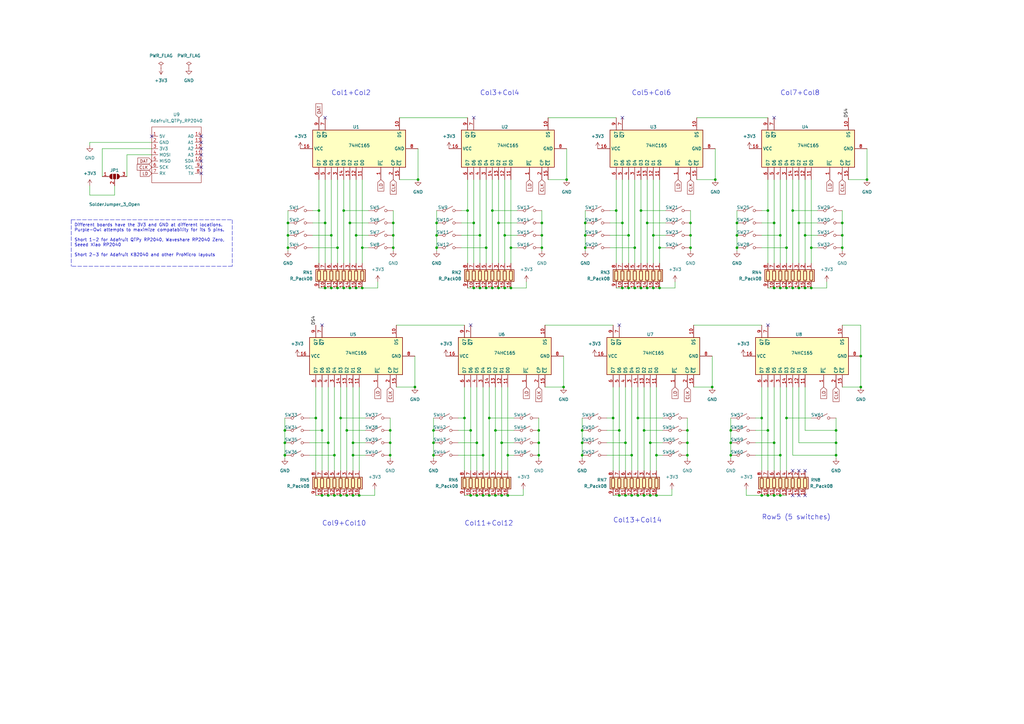
<source format=kicad_sch>
(kicad_sch (version 20211123) (generator eeschema)
  (paper "A3")
  (title_block (title "purple owl") (date "2022-08-03") (rev "1.0") (comment 1 "License: MIT") (comment 2 "Author: Sonal Pinto") (comment 3 "purple owl 60% keyboard project"))
  (junction (at 281.94 186.69))
  (junction (at 257.81 96.52))
  (junction (at 144.78 203.2))
  (junction (at 220.98 176.53))
  (junction (at 148.59 101.6))
  (junction (at 254 176.53))
  (junction (at 133.35 118.11))
  (junction (at 222.25 101.6))
  (junction (at 205.74 181.61))
  (junction (at 196.85 118.11))
  (junction (at 259.08 186.69))
  (junction (at 325.12 86.36))
  (junction (at 207.01 96.52))
  (junction (at 353.06 146.05))
  (junction (at 238.76 186.69))
  (junction (at 198.12 186.69))
  (junction (at 118.11 96.52))
  (junction (at 317.5 181.61))
  (junction (at 200.66 203.2))
  (junction (at 142.24 176.53))
  (junction (at 118.11 101.6))
  (junction (at 191.77 86.36))
  (junction (at 177.8 176.53))
  (junction (at 204.47 91.44))
  (junction (at 116.84 186.69))
  (junction (at 345.44 96.52))
  (junction (at 332.74 101.6))
  (junction (at 259.08 203.2))
  (junction (at 222.25 91.44))
  (junction (at 203.2 176.53))
  (junction (at 135.89 118.11))
  (junction (at 317.5 203.2))
  (junction (at 254 203.2))
  (junction (at 170.18 158.75))
  (junction (at 283.21 101.6))
  (junction (at 222.25 96.52))
  (junction (at 160.02 176.53))
  (junction (at 283.21 91.44))
  (junction (at 203.2 203.2))
  (junction (at 179.07 96.52))
  (junction (at 161.29 101.6))
  (junction (at 208.28 186.69))
  (junction (at 281.94 181.61))
  (junction (at 179.07 91.44))
  (junction (at 299.72 176.53))
  (junction (at 330.2 118.11))
  (junction (at 261.62 203.2))
  (junction (at 138.43 101.6))
  (junction (at 201.93 118.11))
  (junction (at 322.58 118.11))
  (junction (at 261.62 171.45))
  (junction (at 283.21 96.52))
  (junction (at 260.35 118.11))
  (junction (at 269.24 203.2))
  (junction (at 262.89 118.11))
  (junction (at 314.96 86.36))
  (junction (at 177.8 186.69))
  (junction (at 256.54 203.2))
  (junction (at 179.07 101.6))
  (junction (at 260.35 101.6))
  (junction (at 138.43 118.11))
  (junction (at 190.5 171.45))
  (junction (at 320.04 203.2))
  (junction (at 143.51 118.11))
  (junction (at 144.78 186.69))
  (junction (at 327.66 118.11))
  (junction (at 116.84 176.53))
  (junction (at 116.84 181.61))
  (junction (at 194.31 118.11))
  (junction (at 240.03 101.6))
  (junction (at 139.7 171.45))
  (junction (at 345.44 101.6))
  (junction (at 198.12 203.2))
  (junction (at 252.73 86.36))
  (junction (at 270.51 101.6))
  (junction (at 129.54 171.45))
  (junction (at 140.97 118.11))
  (junction (at 322.58 101.6))
  (junction (at 317.5 91.44))
  (junction (at 314.96 176.53))
  (junction (at 160.02 181.61))
  (junction (at 265.43 91.44))
  (junction (at 134.62 203.2))
  (junction (at 320.04 96.52))
  (junction (at 137.16 203.2))
  (junction (at 130.81 86.36))
  (junction (at 161.29 96.52))
  (junction (at 209.55 118.11))
  (junction (at 231.14 158.75))
  (junction (at 201.93 86.36))
  (junction (at 135.89 96.52))
  (junction (at 220.98 186.69))
  (junction (at 132.08 176.53))
  (junction (at 257.81 118.11))
  (junction (at 132.08 203.2))
  (junction (at 240.03 91.44))
  (junction (at 144.78 181.61))
  (junction (at 262.89 86.36))
  (junction (at 171.45 73.66))
  (junction (at 205.74 203.2))
  (junction (at 208.28 203.2))
  (junction (at 255.27 118.11))
  (junction (at 267.97 96.52))
  (junction (at 320.04 118.11))
  (junction (at 317.5 118.11))
  (junction (at 147.32 203.2))
  (junction (at 355.6 73.66))
  (junction (at 140.97 86.36))
  (junction (at 264.16 203.2))
  (junction (at 330.2 96.52))
  (junction (at 345.44 91.44))
  (junction (at 238.76 176.53))
  (junction (at 269.24 186.69))
  (junction (at 255.27 91.44))
  (junction (at 146.05 118.11))
  (junction (at 281.94 176.53))
  (junction (at 267.97 118.11))
  (junction (at 312.42 171.45))
  (junction (at 293.37 73.66))
  (junction (at 266.7 203.2))
  (junction (at 199.39 118.11))
  (junction (at 118.11 91.44))
  (junction (at 177.8 181.61))
  (junction (at 160.02 186.69))
  (junction (at 133.35 91.44))
  (junction (at 320.04 186.69))
  (junction (at 199.39 101.6))
  (junction (at 270.51 118.11))
  (junction (at 353.06 158.75))
  (junction (at 299.72 186.69))
  (junction (at 232.41 73.66))
  (junction (at 314.96 203.2))
  (junction (at 312.42 203.2))
  (junction (at 134.62 181.61))
  (junction (at 332.74 118.11))
  (junction (at 238.76 181.61))
  (junction (at 220.98 181.61))
  (junction (at 342.9 181.61))
  (junction (at 302.26 96.52))
  (junction (at 325.12 118.11))
  (junction (at 322.58 171.45))
  (junction (at 240.03 96.52))
  (junction (at 193.04 176.53))
  (junction (at 200.66 171.45))
  (junction (at 204.47 118.11))
  (junction (at 148.59 118.11))
  (junction (at 142.24 203.2))
  (junction (at 266.7 181.61))
  (junction (at 265.43 118.11))
  (junction (at 292.1 158.75))
  (junction (at 161.29 91.44))
  (junction (at 299.72 181.61))
  (junction (at 302.26 91.44))
  (junction (at 264.16 176.53))
  (junction (at 256.54 181.61))
  (junction (at 251.46 171.45))
  (junction (at 193.04 203.2))
  (junction (at 195.58 203.2))
  (junction (at 342.9 176.53))
  (junction (at 327.66 91.44))
  (junction (at 139.7 203.2))
  (junction (at 194.31 91.44))
  (junction (at 302.26 101.6))
  (junction (at 209.55 101.6))
  (junction (at 342.9 186.69))
  (junction (at 146.05 96.52))
  (junction (at 196.85 96.52))
  (junction (at 195.58 181.61))
  (junction (at 143.51 91.44))
  (junction (at 207.01 118.11))
  (junction (at 137.16 186.69))
  (no_connect (at 330.2 193.04))
  (no_connect (at 327.66 193.04))
  (no_connect (at 325.12 193.04))
  (no_connect (at 132.08 133.35))
  (no_connect (at 193.04 133.35))
  (no_connect (at 254 133.35))
  (no_connect (at 314.96 133.35))
  (no_connect (at 317.5 48.26))
  (no_connect (at 255.27 48.26))
  (no_connect (at 133.35 48.26))
  (no_connect (at 194.31 48.26))
  (no_connect (at 82.55 63.5))
  (no_connect (at 82.55 60.96))
  (no_connect (at 82.55 71.12))
  (no_connect (at 82.55 68.58))
  (no_connect (at 82.55 66.04))
  (no_connect (at 82.55 55.88))
  (no_connect (at 82.55 58.42))
  (no_connect (at 62.23 55.88))
  (no_connect (at 325.12 203.2))
  (no_connect (at 327.66 203.2))
  (no_connect (at 330.2 203.2))
  (polyline (pts (xy 29.21 90.17) (xy 95.25 90.17)))
  (wire (pts (xy 139.7 171.45) (xy 139.7 193.04)))
  (wire (pts (xy 189.23 101.6) (xy 199.39 101.6)))
  (wire (pts (xy 259.08 158.75) (xy 259.08 186.69)))
  (wire (pts (xy 130.81 73.66) (xy 130.81 86.36)))
  (wire (pts (xy 266.7 181.61) (xy 266.7 193.04)))
  (wire (pts (xy 345.44 86.36) (xy 345.44 91.44)))
  (wire (pts (xy 143.51 91.44) (xy 143.51 107.95)))
  (wire (pts (xy 130.81 86.36) (xy 130.81 107.95)))
  (wire (pts (xy 302.26 96.52) (xy 302.26 101.6)))
  (wire (pts (xy 196.85 118.11) (xy 199.39 118.11)))
  (wire (pts (xy 128.27 101.6) (xy 138.43 101.6)))
  (wire (pts (xy 137.16 186.69) (xy 137.16 193.04)))
  (wire (pts (xy 283.21 91.44) (xy 283.21 96.52)))
  (wire (pts (xy 196.85 73.66) (xy 196.85 96.52)))
  (wire (pts (xy 267.97 118.11) (xy 270.51 118.11)))
  (wire (pts (xy 203.2 158.75) (xy 203.2 176.53)))
  (wire (pts (xy 325.12 73.66) (xy 325.12 86.36)))
  (wire (pts (xy 248.92 181.61) (xy 256.54 181.61)))
  (wire (pts (xy 312.42 86.36) (xy 314.96 86.36)))
  (wire (pts (xy 299.72 181.61) (xy 299.72 186.69)))
  (wire (pts (xy 240.03 102.87) (xy 240.03 101.6)))
  (wire (pts (xy 270.51 73.66) (xy 270.51 101.6)))
  (wire (pts (xy 248.92 186.69) (xy 259.08 186.69)))
  (wire (pts (xy 139.7 171.45) (xy 149.86 171.45)))
  (wire (pts (xy 132.08 158.75) (xy 132.08 176.53)))
  (wire (pts (xy 187.96 181.61) (xy 195.58 181.61)))
  (wire (pts (xy 325.12 118.11) (xy 327.66 118.11)))
  (wire (pts (xy 160.02 181.61) (xy 160.02 186.69)))
  (wire (pts (xy 195.58 158.75) (xy 195.58 181.61)))
  (wire (pts (xy 195.58 181.61) (xy 195.58 193.04)))
  (wire (pts (xy 332.74 101.6) (xy 335.28 101.6)))
  (wire (pts (xy 144.78 181.61) (xy 144.78 186.69)))
  (wire (pts (xy 312.42 96.52) (xy 320.04 96.52)))
  (wire (pts (xy 177.8 181.61) (xy 177.8 186.69)))
  (wire (pts (xy 148.59 101.6) (xy 148.59 107.95)))
  (wire (pts (xy 345.44 91.44) (xy 345.44 96.52)))
  (wire (pts (xy 260.35 101.6) (xy 260.35 107.95)))
  (wire (pts (xy 322.58 158.75) (xy 322.58 171.45)))
  (wire (pts (xy 254 158.75) (xy 254 176.53)))
  (wire (pts (xy 270.51 101.6) (xy 270.51 107.95)))
  (wire (pts (xy 201.93 118.11) (xy 204.47 118.11)))
  (wire (pts (xy 179.07 86.36) (xy 179.07 91.44)))
  (wire (pts (xy 220.98 176.53) (xy 220.98 181.61)))
  (wire (pts (xy 302.26 91.44) (xy 302.26 96.52)))
  (wire (pts (xy 191.77 86.36) (xy 191.77 107.95)))
  (wire (pts (xy 161.29 91.44) (xy 161.29 96.52)))
  (wire (pts (xy 224.79 48.26) (xy 252.73 48.26)))
  (wire (pts (xy 116.84 187.96) (xy 116.84 186.69)))
  (wire (pts (xy 259.08 203.2) (xy 261.62 203.2)))
  (wire (pts (xy 251.46 158.75) (xy 251.46 171.45)))
  (wire (pts (xy 144.78 203.2) (xy 147.32 203.2)))
  (wire (pts (xy 339.09 118.11) (xy 332.74 118.11)))
  (wire (pts (xy 116.84 176.53) (xy 116.84 181.61)))
  (wire (pts (xy 312.42 203.2) (xy 314.96 203.2)))
  (wire (pts (xy 160.02 176.53) (xy 160.02 181.61)))
  (wire (pts (xy 148.59 73.66) (xy 148.59 101.6)))
  (wire (pts (xy 250.19 86.36) (xy 252.73 86.36)))
  (wire (pts (xy 342.9 171.45) (xy 342.9 176.53)))
  (wire (pts (xy 142.24 203.2) (xy 144.78 203.2)))
  (wire (pts (xy 142.24 176.53) (xy 142.24 193.04)))
  (wire (pts (xy 322.58 171.45) (xy 322.58 193.04)))
  (wire (pts (xy 231.14 146.05) (xy 231.14 158.75)))
  (wire (pts (xy 223.52 158.75) (xy 231.14 158.75)))
  (wire (pts (xy 342.9 176.53) (xy 342.9 181.61)))
  (wire (pts (xy 138.43 101.6) (xy 138.43 107.95)))
  (wire (pts (xy 265.43 91.44) (xy 265.43 107.95)))
  (wire (pts (xy 177.8 187.96) (xy 177.8 186.69)))
  (wire (pts (xy 201.93 86.36) (xy 201.93 107.95)))
  (wire (pts (xy 137.16 158.75) (xy 137.16 186.69)))
  (wire (pts (xy 345.44 133.35) (xy 353.06 133.35)))
  (wire (pts (xy 254 176.53) (xy 254 193.04)))
  (wire (pts (xy 163.83 73.66) (xy 171.45 73.66)))
  (wire (pts (xy 276.86 115.57) (xy 276.86 118.11)))
  (wire (pts (xy 193.04 176.53) (xy 193.04 193.04)))
  (wire (pts (xy 238.76 171.45) (xy 238.76 176.53)))
  (wire (pts (xy 327.66 91.44) (xy 335.28 91.44)))
  (wire (pts (xy 140.97 73.66) (xy 140.97 86.36)))
  (wire (pts (xy 283.21 102.87) (xy 283.21 101.6)))
  (wire (pts (xy 320.04 186.69) (xy 320.04 193.04)))
  (wire (pts (xy 200.66 171.45) (xy 200.66 193.04)))
  (wire (pts (xy 265.43 73.66) (xy 265.43 91.44)))
  (wire (pts (xy 194.31 91.44) (xy 194.31 107.95)))
  (wire (pts (xy 223.52 133.35) (xy 251.46 133.35)))
  (wire (pts (xy 339.09 115.57) (xy 339.09 118.11)))
  (wire (pts (xy 144.78 158.75) (xy 144.78 181.61)))
  (wire (pts (xy 345.44 158.75) (xy 353.06 158.75)))
  (wire (pts (xy 161.29 86.36) (xy 161.29 91.44)))
  (wire (pts (xy 261.62 203.2) (xy 264.16 203.2)))
  (wire (pts (xy 285.75 48.26) (xy 314.96 48.26)))
  (wire (pts (xy 266.7 158.75) (xy 266.7 181.61)))
  (wire (pts (xy 325.12 86.36) (xy 325.12 107.95)))
  (wire (pts (xy 207.01 96.52) (xy 207.01 107.95)))
  (wire (pts (xy 264.16 176.53) (xy 264.16 193.04)))
  (wire (pts (xy 135.89 118.11) (xy 138.43 118.11)))
  (wire (pts (xy 265.43 118.11) (xy 267.97 118.11)))
  (wire (pts (xy 138.43 118.11) (xy 140.97 118.11)))
  (wire (pts (xy 317.5 158.75) (xy 317.5 181.61)))
  (wire (pts (xy 205.74 158.75) (xy 205.74 181.61)))
  (wire (pts (xy 130.81 118.11) (xy 133.35 118.11)))
  (wire (pts (xy 142.24 176.53) (xy 149.86 176.53)))
  (wire (pts (xy 240.03 91.44) (xy 240.03 96.52)))
  (wire (pts (xy 127 171.45) (xy 129.54 171.45)))
  (wire (pts (xy 139.7 158.75) (xy 139.7 171.45)))
  (polyline (pts (xy 95.25 90.17) (xy 95.25 109.22)))
  (wire (pts (xy 203.2 176.53) (xy 210.82 176.53)))
  (wire (pts (xy 118.11 102.87) (xy 118.11 101.6)))
  (wire (pts (xy 309.88 186.69) (xy 320.04 186.69)))
  (wire (pts (xy 179.07 96.52) (xy 179.07 101.6)))
  (wire (pts (xy 322.58 101.6) (xy 322.58 107.95)))
  (wire (pts (xy 36.83 58.42) (xy 36.83 59.69)))
  (wire (pts (xy 41.91 60.96) (xy 62.23 60.96)))
  (wire (pts (xy 146.05 96.52) (xy 146.05 107.95)))
  (wire (pts (xy 275.59 203.2) (xy 269.24 203.2)))
  (wire (pts (xy 240.03 86.36) (xy 240.03 91.44)))
  (wire (pts (xy 116.84 181.61) (xy 116.84 186.69)))
  (wire (pts (xy 269.24 158.75) (xy 269.24 186.69)))
  (wire (pts (xy 153.67 200.66) (xy 153.67 203.2)))
  (wire (pts (xy 187.96 171.45) (xy 190.5 171.45)))
  (wire (pts (xy 133.35 118.11) (xy 135.89 118.11)))
  (wire (pts (xy 193.04 203.2) (xy 195.58 203.2)))
  (wire (pts (xy 269.24 186.69) (xy 269.24 193.04)))
  (wire (pts (xy 160.02 187.96) (xy 160.02 186.69)))
  (wire (pts (xy 201.93 86.36) (xy 212.09 86.36)))
  (wire (pts (xy 179.07 91.44) (xy 179.07 96.52)))
  (wire (pts (xy 260.35 73.66) (xy 260.35 101.6)))
  (wire (pts (xy 154.94 115.57) (xy 154.94 118.11)))
  (wire (pts (xy 251.46 171.45) (xy 251.46 193.04)))
  (wire (pts (xy 144.78 181.61) (xy 149.86 181.61)))
  (wire (pts (xy 325.12 186.69) (xy 342.9 186.69)))
  (wire (pts (xy 342.9 181.61) (xy 342.9 186.69)))
  (wire (pts (xy 161.29 102.87) (xy 161.29 101.6)))
  (wire (pts (xy 204.47 118.11) (xy 207.01 118.11)))
  (wire (pts (xy 200.66 171.45) (xy 210.82 171.45)))
  (wire (pts (xy 153.67 203.2) (xy 147.32 203.2)))
  (wire (pts (xy 283.21 86.36) (xy 283.21 91.44)))
  (wire (pts (xy 208.28 186.69) (xy 208.28 193.04)))
  (wire (pts (xy 325.12 158.75) (xy 325.12 186.69)))
  (wire (pts (xy 160.02 171.45) (xy 160.02 176.53)))
  (wire (pts (xy 224.79 73.66) (xy 232.41 73.66)))
  (wire (pts (xy 222.25 102.87) (xy 222.25 101.6)))
  (wire (pts (xy 309.88 176.53) (xy 314.96 176.53)))
  (wire (pts (xy 345.44 96.52) (xy 345.44 101.6)))
  (wire (pts (xy 317.5 73.66) (xy 317.5 91.44)))
  (wire (pts (xy 134.62 158.75) (xy 134.62 181.61)))
  (wire (pts (xy 327.66 73.66) (xy 327.66 91.44)))
  (wire (pts (xy 198.12 158.75) (xy 198.12 186.69)))
  (wire (pts (xy 314.96 158.75) (xy 314.96 176.53)))
  (wire (pts (xy 132.08 176.53) (xy 132.08 193.04)))
  (wire (pts (xy 140.97 86.36) (xy 151.13 86.36)))
  (wire (pts (xy 199.39 73.66) (xy 199.39 101.6)))
  (wire (pts (xy 281.94 187.96) (xy 281.94 186.69)))
  (wire (pts (xy 142.24 158.75) (xy 142.24 176.53)))
  (wire (pts (xy 252.73 118.11) (xy 255.27 118.11)))
  (wire (pts (xy 214.63 203.2) (xy 208.28 203.2)))
  (wire (pts (xy 161.29 96.52) (xy 161.29 101.6)))
  (wire (pts (xy 314.96 73.66) (xy 314.96 86.36)))
  (wire (pts (xy 293.37 60.96) (xy 293.37 73.66)))
  (wire (pts (xy 189.23 91.44) (xy 194.31 91.44)))
  (wire (pts (xy 260.35 118.11) (xy 262.89 118.11)))
  (wire (pts (xy 215.9 118.11) (xy 209.55 118.11)))
  (wire (pts (xy 254 203.2) (xy 256.54 203.2)))
  (wire (pts (xy 36.83 80.01) (xy 36.83 76.2)))
  (wire (pts (xy 327.66 181.61) (xy 342.9 181.61)))
  (wire (pts (xy 342.9 186.69) (xy 342.9 187.96)))
  (wire (pts (xy 189.23 96.52) (xy 196.85 96.52)))
  (wire (pts (xy 255.27 118.11) (xy 257.81 118.11)))
  (wire (pts (xy 139.7 203.2) (xy 142.24 203.2)))
  (wire (pts (xy 314.96 86.36) (xy 314.96 107.95)))
  (wire (pts (xy 309.88 171.45) (xy 312.42 171.45)))
  (wire (pts (xy 327.66 158.75) (xy 327.66 181.61)))
  (wire (pts (xy 262.89 73.66) (xy 262.89 86.36)))
  (wire (pts (xy 129.54 158.75) (xy 129.54 171.45)))
  (wire (pts (xy 193.04 158.75) (xy 193.04 176.53)))
  (wire (pts (xy 302.26 86.36) (xy 302.26 91.44)))
  (wire (pts (xy 327.66 91.44) (xy 327.66 107.95)))
  (wire (pts (xy 284.48 133.35) (xy 312.42 133.35)))
  (wire (pts (xy 281.94 171.45) (xy 281.94 176.53)))
  (wire (pts (xy 355.6 60.96) (xy 355.6 73.66)))
  (wire (pts (xy 281.94 181.61) (xy 281.94 186.69)))
  (wire (pts (xy 332.74 101.6) (xy 332.74 107.95)))
  (wire (pts (xy 314.96 176.53) (xy 314.96 193.04)))
  (wire (pts (xy 135.89 96.52) (xy 135.89 107.95)))
  (wire (pts (xy 261.62 158.75) (xy 261.62 171.45)))
  (wire (pts (xy 127 176.53) (xy 132.08 176.53)))
  (wire (pts (xy 203.2 203.2) (xy 205.74 203.2)))
  (wire (pts (xy 317.5 203.2) (xy 320.04 203.2)))
  (wire (pts (xy 261.62 171.45) (xy 261.62 193.04)))
  (wire (pts (xy 312.42 171.45) (xy 312.42 193.04)))
  (wire (pts (xy 325.12 86.36) (xy 335.28 86.36)))
  (wire (pts (xy 345.44 102.87) (xy 345.44 101.6)))
  (wire (pts (xy 317.5 118.11) (xy 320.04 118.11)))
  (wire (pts (xy 292.1 146.05) (xy 292.1 158.75)))
  (wire (pts (xy 143.51 73.66) (xy 143.51 91.44)))
  (wire (pts (xy 46.99 76.2) (xy 46.99 80.01)))
  (wire (pts (xy 283.21 96.52) (xy 283.21 101.6)))
  (polyline (pts (xy 95.25 109.22) (xy 29.21 109.22)))
  (wire (pts (xy 267.97 96.52) (xy 273.05 96.52)))
  (wire (pts (xy 262.89 86.36) (xy 273.05 86.36)))
  (wire (pts (xy 330.2 158.75) (xy 330.2 176.53)))
  (wire (pts (xy 238.76 176.53) (xy 238.76 181.61)))
  (wire (pts (xy 257.81 96.52) (xy 257.81 107.95)))
  (wire (pts (xy 330.2 118.11) (xy 332.74 118.11)))
  (wire (pts (xy 207.01 96.52) (xy 212.09 96.52)))
  (wire (pts (xy 252.73 86.36) (xy 252.73 107.95)))
  (wire (pts (xy 204.47 91.44) (xy 204.47 107.95)))
  (wire (pts (xy 312.42 158.75) (xy 312.42 171.45)))
  (wire (pts (xy 320.04 118.11) (xy 322.58 118.11)))
  (wire (pts (xy 146.05 118.11) (xy 148.59 118.11)))
  (wire (pts (xy 198.12 186.69) (xy 198.12 193.04)))
  (wire (pts (xy 266.7 181.61) (xy 271.78 181.61)))
  (wire (pts (xy 302.26 102.87) (xy 302.26 101.6)))
  (wire (pts (xy 257.81 73.66) (xy 257.81 96.52)))
  (wire (pts (xy 222.25 91.44) (xy 222.25 96.52)))
  (wire (pts (xy 144.78 186.69) (xy 149.86 186.69)))
  (wire (pts (xy 209.55 101.6) (xy 212.09 101.6)))
  (wire (pts (xy 177.8 171.45) (xy 177.8 176.53)))
  (wire (pts (xy 267.97 73.66) (xy 267.97 96.52)))
  (wire (pts (xy 143.51 91.44) (xy 151.13 91.44)))
  (wire (pts (xy 353.06 146.05) (xy 353.06 158.75)))
  (wire (pts (xy 204.47 91.44) (xy 212.09 91.44)))
  (wire (pts (xy 163.83 48.26) (xy 191.77 48.26)))
  (wire (pts (xy 190.5 203.2) (xy 193.04 203.2)))
  (wire (pts (xy 322.58 171.45) (xy 332.74 171.45)))
  (wire (pts (xy 201.93 73.66) (xy 201.93 86.36)))
  (wire (pts (xy 299.72 171.45) (xy 299.72 176.53)))
  (wire (pts (xy 191.77 118.11) (xy 194.31 118.11)))
  (wire (pts (xy 306.07 200.66) (xy 306.07 203.2)))
  (wire (pts (xy 134.62 203.2) (xy 137.16 203.2)))
  (polyline (pts (xy 29.21 90.17) (xy 29.21 109.22)))
  (wire (pts (xy 257.81 118.11) (xy 260.35 118.11)))
  (wire (pts (xy 208.28 186.69) (xy 210.82 186.69)))
  (wire (pts (xy 129.54 171.45) (xy 129.54 193.04)))
  (wire (pts (xy 248.92 176.53) (xy 254 176.53)))
  (wire (pts (xy 347.98 73.66) (xy 355.6 73.66)))
  (wire (pts (xy 177.8 176.53) (xy 177.8 181.61)))
  (wire (pts (xy 148.59 101.6) (xy 151.13 101.6)))
  (wire (pts (xy 127 186.69) (xy 137.16 186.69)))
  (wire (pts (xy 265.43 91.44) (xy 273.05 91.44)))
  (wire (pts (xy 256.54 181.61) (xy 256.54 193.04)))
  (wire (pts (xy 118.11 86.36) (xy 118.11 91.44)))
  (wire (pts (xy 127 181.61) (xy 134.62 181.61)))
  (wire (pts (xy 154.94 118.11) (xy 148.59 118.11)))
  (wire (pts (xy 255.27 73.66) (xy 255.27 91.44)))
  (wire (pts (xy 251.46 203.2) (xy 254 203.2)))
  (wire (pts (xy 203.2 176.53) (xy 203.2 193.04)))
  (wire (pts (xy 256.54 158.75) (xy 256.54 181.61)))
  (wire (pts (xy 238.76 181.61) (xy 238.76 186.69)))
  (wire (pts (xy 209.55 73.66) (xy 209.55 101.6)))
  (wire (pts (xy 187.96 186.69) (xy 198.12 186.69)))
  (wire (pts (xy 276.86 118.11) (xy 270.51 118.11)))
  (wire (pts (xy 194.31 118.11) (xy 196.85 118.11)))
  (wire (pts (xy 162.56 133.35) (xy 190.5 133.35)))
  (wire (pts (xy 281.94 176.53) (xy 281.94 181.61)))
  (wire (pts (xy 220.98 187.96) (xy 220.98 186.69)))
  (wire (pts (xy 322.58 118.11) (xy 325.12 118.11)))
  (wire (pts (xy 262.89 86.36) (xy 262.89 107.95)))
  (wire (pts (xy 275.59 200.66) (xy 275.59 203.2)))
  (wire (pts (xy 133.35 73.66) (xy 133.35 91.44)))
  (wire (pts (xy 222.25 86.36) (xy 222.25 91.44)))
  (wire (pts (xy 320.04 73.66) (xy 320.04 96.52)))
  (wire (pts (xy 252.73 73.66) (xy 252.73 86.36)))
  (wire (pts (xy 232.41 60.96) (xy 232.41 73.66)))
  (wire (pts (xy 317.5 91.44) (xy 317.5 107.95)))
  (wire (pts (xy 312.42 91.44) (xy 317.5 91.44)))
  (wire (pts (xy 222.25 96.52) (xy 222.25 101.6)))
  (wire (pts (xy 194.31 73.66) (xy 194.31 91.44)))
  (wire (pts (xy 264.16 158.75) (xy 264.16 176.53)))
  (wire (pts (xy 306.07 203.2) (xy 312.42 203.2)))
  (wire (pts (xy 207.01 118.11) (xy 209.55 118.11)))
  (wire (pts (xy 129.54 203.2) (xy 132.08 203.2)))
  (wire (pts (xy 320.04 158.75) (xy 320.04 186.69)))
  (wire (pts (xy 270.51 101.6) (xy 273.05 101.6)))
  (wire (pts (xy 198.12 203.2) (xy 200.66 203.2)))
  (wire (pts (xy 143.51 118.11) (xy 146.05 118.11)))
  (wire (pts (xy 147.32 158.75) (xy 147.32 193.04)))
  (wire (pts (xy 140.97 118.11) (xy 143.51 118.11)))
  (wire (pts (xy 191.77 73.66) (xy 191.77 86.36)))
  (wire (pts (xy 330.2 96.52) (xy 330.2 107.95)))
  (wire (pts (xy 330.2 96.52) (xy 335.28 96.52)))
  (wire (pts (xy 262.89 118.11) (xy 265.43 118.11)))
  (wire (pts (xy 133.35 91.44) (xy 133.35 107.95)))
  (wire (pts (xy 317.5 181.61) (xy 317.5 193.04)))
  (wire (pts (xy 118.11 96.52) (xy 118.11 101.6)))
  (wire (pts (xy 284.48 158.75) (xy 292.1 158.75)))
  (wire (pts (xy 179.07 102.87) (xy 179.07 101.6)))
  (wire (pts (xy 250.19 91.44) (xy 255.27 91.44)))
  (wire (pts (xy 62.23 58.42) (xy 36.83 58.42)))
  (wire (pts (xy 285.75 73.66) (xy 293.37 73.66)))
  (wire (pts (xy 238.76 187.96) (xy 238.76 186.69)))
  (wire (pts (xy 269.24 186.69) (xy 271.78 186.69)))
  (wire (pts (xy 255.27 91.44) (xy 255.27 107.95)))
  (wire (pts (xy 200.66 203.2) (xy 203.2 203.2)))
  (wire (pts (xy 205.74 181.61) (xy 205.74 193.04)))
  (wire (pts (xy 240.03 96.52) (xy 240.03 101.6)))
  (wire (pts (xy 140.97 86.36) (xy 140.97 107.95)))
  (wire (pts (xy 332.74 73.66) (xy 332.74 101.6)))
  (wire (pts (xy 220.98 171.45) (xy 220.98 176.53)))
  (wire (pts (xy 312.42 101.6) (xy 322.58 101.6)))
  (wire (pts (xy 353.06 133.35) (xy 353.06 146.05)))
  (wire (pts (xy 327.66 118.11) (xy 330.2 118.11)))
  (wire (pts (xy 128.27 86.36) (xy 130.81 86.36)))
  (wire (pts (xy 215.9 115.57) (xy 215.9 118.11)))
  (wire (pts (xy 116.84 171.45) (xy 116.84 176.53)))
  (wire (pts (xy 132.08 203.2) (xy 134.62 203.2)))
  (wire (pts (xy 314.96 118.11) (xy 317.5 118.11)))
  (wire (pts (xy 41.91 60.96) (xy 41.91 72.39)))
  (wire (pts (xy 52.07 63.5) (xy 62.23 63.5)))
  (wire (pts (xy 264.16 176.53) (xy 271.78 176.53)))
  (wire (pts (xy 220.98 181.61) (xy 220.98 186.69)))
  (wire (pts (xy 138.43 73.66) (xy 138.43 101.6)))
  (wire (pts (xy 128.27 96.52) (xy 135.89 96.52)))
  (wire (pts (xy 135.89 73.66) (xy 135.89 96.52)))
  (wire (pts (xy 314.96 203.2) (xy 317.5 203.2)))
  (wire (pts (xy 170.18 146.05) (xy 170.18 158.75)))
  (wire (pts (xy 190.5 158.75) (xy 190.5 171.45)))
  (wire (pts (xy 322.58 73.66) (xy 322.58 101.6)))
  (wire (pts (xy 264.16 203.2) (xy 266.7 203.2)))
  (wire (pts (xy 261.62 171.45) (xy 271.78 171.45)))
  (wire (pts (xy 187.96 176.53) (xy 193.04 176.53)))
  (wire (pts (xy 146.05 96.52) (xy 151.13 96.52)))
  (wire (pts (xy 118.11 91.44) (xy 118.11 96.52)))
  (wire (pts (xy 52.07 72.39) (xy 52.07 63.5)))
  (wire (pts (xy 146.05 73.66) (xy 146.05 96.52)))
  (wire (pts (xy 214.63 200.66) (xy 214.63 203.2)))
  (wire (pts (xy 250.19 101.6) (xy 260.35 101.6)))
  (wire (pts (xy 250.19 96.52) (xy 257.81 96.52)))
  (wire (pts (xy 320.04 203.2) (xy 322.58 203.2)))
  (wire (pts (xy 196.85 96.52) (xy 196.85 107.95)))
  (wire (pts (xy 208.28 158.75) (xy 208.28 186.69)))
  (wire (pts (xy 299.72 187.96) (xy 299.72 186.69)))
  (wire (pts (xy 248.92 171.45) (xy 251.46 171.45)))
  (wire (pts (xy 209.55 101.6) (xy 209.55 107.95)))
  (wire (pts (xy 256.54 203.2) (xy 259.08 203.2)))
  (wire (pts (xy 46.99 80.01) (xy 36.83 80.01)))
  (wire (pts (xy 199.39 101.6) (xy 199.39 107.95)))
  (wire (pts (xy 266.7 203.2) (xy 269.24 203.2)))
  (wire (pts (xy 330.2 176.53) (xy 342.9 176.53)))
  (wire (pts (xy 259.08 186.69) (xy 259.08 193.04)))
  (wire (pts (xy 267.97 96.52) (xy 267.97 107.95)))
  (wire (pts (xy 171.45 60.96) (xy 171.45 73.66)))
  (wire (pts (xy 207.01 73.66) (xy 207.01 96.52)))
  (wire (pts (xy 299.72 176.53) (xy 299.72 181.61)))
  (wire (pts (xy 199.39 118.11) (xy 201.93 118.11)))
  (wire (pts (xy 330.2 73.66) (xy 330.2 96.52)))
  (wire (pts (xy 189.23 86.36) (xy 191.77 86.36)))
  (wire (pts (xy 144.78 186.69) (xy 144.78 193.04)))
  (wire (pts (xy 320.04 96.52) (xy 320.04 107.95)))
  (wire (pts (xy 134.62 181.61) (xy 134.62 193.04)))
  (wire (pts (xy 128.27 91.44) (xy 133.35 91.44)))
  (wire (pts (xy 205.74 181.61) (xy 210.82 181.61)))
  (wire (pts (xy 200.66 158.75) (xy 200.66 171.45)))
  (wire (pts (xy 162.56 158.75) (xy 170.18 158.75)))
  (wire (pts (xy 309.88 181.61) (xy 317.5 181.61)))
  (wire (pts (xy 190.5 171.45) (xy 190.5 193.04)))
  (wire (pts (xy 204.47 73.66) (xy 204.47 91.44)))
  (wire (pts (xy 205.74 203.2) (xy 208.28 203.2)))
  (wire (pts (xy 195.58 203.2) (xy 198.12 203.2)))
  (wire (pts (xy 137.16 203.2) (xy 139.7 203.2)))
  (text "Row5 (5 switches)" (at 312.42 213.36 0) (effects (font (size 2 2)) (justify left bottom)))
  (text "Col11+Col12" (at 190.5 215.9 0) (effects (font (size 2 2)) (justify left bottom)))
  (text "Col9+Col10" (at 132.08 215.9 0) (effects (font (size 2 2)) (justify left bottom)))
  (text "Col3+Col4" (at 196.85 39.37 0) (effects (font (size 2 2)) (justify left bottom)))
  (text "Col7+Col8" (at 320.04 39.37 0) (effects (font (size 2 2)) (justify left bottom)))
  (text "Col13+Col14" (at 251.46 214.63 0) (effects (font (size 2 2)) (justify left bottom)))
  (text "Col5+Col6" (at 259.08 39.37 0) (effects (font (size 2 2)) (justify left bottom)))
  (text "Different boards have the 3V3 and GND at different locations.\nPurple-Owl attempts to maximize compatability for its 5 pins.\n\nShort 1-2 for Adafruit QTPy RP2040, Waveshare RP2040 Zero, \nSeeed Xiao RP2040\n\nShort 2-3 for Adafruit KB2040 and other ProMicro layouts" (at 30.48 105.41 0) (effects (font (size 1.27 1.27)) (justify left bottom)))
  (text "Col1+Col2" (at 135.89 39.37 0) (effects (font (size 2 2)) (justify left bottom)))
  (label "DS4" (at 129.54 133.35 90))
  (label "DS4" (at 347.98 48.26 90))
  (global_label "LD" (shape input) (at 278.13 73.66 270) (property "Intersheet References" "${INTERSHEET_REFS}" (effects hide)))
  (global_label "LD" (shape input) (at 215.9 158.75 270) (property "Intersheet References" "${INTERSHEET_REFS}" (effects hide)))
  (global_label "CLK" (shape input) (at 161.29 73.66 270) (property "Intersheet References" "${INTERSHEET_REFS}" (effects hide)))
  (global_label "CLK" (shape input) (at 62.23 68.58 180) (property "Intersheet References" "${INTERSHEET_REFS}" (effects hide)))
  (global_label "CLK" (shape input) (at 342.9 158.75 270) (property "Intersheet References" "${INTERSHEET_REFS}" (effects hide)))
  (global_label "CLK" (shape input) (at 345.44 73.66 270) (property "Intersheet References" "${INTERSHEET_REFS}" (effects hide)))
  (global_label "CLK" (shape input) (at 283.21 73.66 270) (property "Intersheet References" "${INTERSHEET_REFS}" (effects hide)))
  (global_label "DAT" (shape input) (at 62.23 66.04 180) (property "Intersheet References" "${INTERSHEET_REFS}" (effects hide)))
  (global_label "DAT" (shape input) (at 130.81 48.26 90) (property "Intersheet References" "${INTERSHEET_REFS}" (effects hide)))
  (global_label "LD" (shape input) (at 156.21 73.66 270) (property "Intersheet References" "${INTERSHEET_REFS}" (effects hide)))
  (global_label "CLK" (shape input) (at 281.94 158.75 270) (property "Intersheet References" "${INTERSHEET_REFS}" (effects hide)))
  (global_label "LD" (shape input) (at 154.94 158.75 270) (property "Intersheet References" "${INTERSHEET_REFS}" (effects hide)))
  (global_label "LD" (shape input) (at 62.23 71.12 180) (property "Intersheet References" "${INTERSHEET_REFS}" (effects hide)))
  (global_label "CLK" (shape input) (at 220.98 158.75 270) (property "Intersheet References" "${INTERSHEET_REFS}" (effects hide)))
  (global_label "CLK" (shape input) (at 160.02 158.75 270) (property "Intersheet References" "${INTERSHEET_REFS}" (effects hide)))
  (global_label "LD" (shape input) (at 217.17 73.66 270) (property "Intersheet References" "${INTERSHEET_REFS}" (effects hide)))
  (global_label "CLK" (shape input) (at 222.25 73.66 270) (property "Intersheet References" "${INTERSHEET_REFS}" (effects hide)))
  (global_label "LD" (shape input) (at 337.82 158.75 270) (property "Intersheet References" "${INTERSHEET_REFS}" (effects hide)))
  (global_label "LD" (shape input) (at 276.86 158.75 270) (property "Intersheet References" "${INTERSHEET_REFS}" (effects hide)))
  (global_label "LD" (shape input) (at 340.36 73.66 270) (property "Intersheet References" "${INTERSHEET_REFS}" (effects hide)))
  (symbol (lib_name "SW_SPST_1") (lib_id "Switch:SW_SPST") (at 243.84 176.53 0) (unit 1)
    (property "Reference" "SW50" (at 241.3 175.26 0))
    (property "Value" "SW_SPST" (effects hide))
  )
  (symbol (lib_name "SW_SPST_1") (lib_id "Switch:SW_SPST") (at 121.92 181.61 0) (unit 1)
    (property "Reference" "SW35" (at 119.38 180.34 0))
    (property "Value" "SW_SPST" (effects hide))
  )
  (symbol (lib_id "power:GND") (at 281.94 187.96 0) (unit 1)
    (property "Reference" "#PWR036" (effects hide))
    (property "Value" "GND" (at 281.94 193.04 0))
  )
  (symbol (lib_id "power:GND") (at 238.76 187.96 0) (unit 1)
    (property "Reference" "#PWR035" (effects hide))
    (property "Value" "GND" (at 238.76 193.04 0))
  )
  (symbol (lib_id "Jumper:SolderJumper_3_Open") (at 46.99 72.39 0) (unit 1)
    (property "Reference" "JP1" (at 46.99 69.85 0))
    (property "Value" "SolderJumper_3_Open" (at 46.99 83.82 0))
  )
  (symbol (lib_id "purple-owl:74HC165") (at 330.2 60.96 90) (unit 1)
    (property "Reference" "U4" (at 330.2 52.07 90))
    (property "Value" "74HC165" (at 331.47 59.69 90))
    (property "Datasheet" "https://assets.nexperia.com/documents/data-sheet/74HC_HCT165.pdf" (effects hide))
  )
  (symbol (lib_name "SW_SPST_1") (lib_id "Switch:SW_SPST") (at 278.13 86.36 0) (unit 1)
    (property "Reference" "SW21" (at 275.59 85.09 0))
    (property "Value" "SW_SPST" (effects hide))
  )
  (symbol (lib_name "SW_SPST_1") (lib_id "Switch:SW_SPST") (at 156.21 91.44 0) (unit 1)
    (property "Reference" "SW6" (at 153.67 90.17 0))
    (property "Value" "SW_SPST" (effects hide))
  )
  (symbol (lib_id "power:+3V3") (at 304.8 146.05 0) (unit 1)
    (property "Reference" "#PWR026" (effects hide))
    (property "Value" "+3V3" (at 304.8 140.97 0))
  )
  (symbol (lib_name "SW_SPST_1") (lib_id "Switch:SW_SPST") (at 307.34 96.52 0) (unit 1)
    (property "Reference" "SW27" (at 304.8 95.25 0))
    (property "Value" "SW_SPST" (effects hide))
  )
  (symbol (lib_name "SW_SPST_1") (lib_id "Switch:SW_SPST") (at 215.9 171.45 0) (unit 1)
    (property "Reference" "SW45" (at 213.36 170.18 0))
    (property "Value" "SW_SPST" (effects hide))
  )
  (symbol (lib_id "power:+3V3") (at 243.84 146.05 0) (unit 1)
    (property "Reference" "#PWR025" (effects hide))
    (property "Value" "+3V3" (at 243.84 140.97 0))
  )
  (symbol (lib_name "SW_SPST_1") (lib_id "Switch:SW_SPST") (at 215.9 176.53 0) (unit 1)
    (property "Reference" "SW46" (at 213.36 175.26 0))
    (property "Value" "SW_SPST" (effects hide))
  )
  (symbol (lib_id "power:GND") (at 232.41 73.66 0) (unit 1)
    (property "Reference" "#PWR08" (effects hide))
    (property "Value" "GND" (at 232.41 78.74 0))
  )
  (symbol (lib_id "power:PWR_FLAG") (at 66.04 27.94 0) (unit 1)
    (property "Reference" "#FLG01" (effects hide))
    (property "Value" "PWR_FLAG" (at 66.04 22.86 0))
  )
  (symbol (lib_id "power:GND") (at 170.18 158.75 0) (unit 1)
    (property "Reference" "#PWR027" (effects hide))
    (property "Value" "GND" (at 170.18 163.83 0))
  )
  (symbol (lib_name "SW_SPST_1") (lib_id "Switch:SW_SPST") (at 217.17 86.36 0) (unit 1)
    (property "Reference" "SW13" (at 214.63 85.09 0))
    (property "Value" "SW_SPST" (effects hide))
  )
  (symbol (lib_id "power:GND") (at 293.37 73.66 0) (unit 1)
    (property "Reference" "#PWR09" (effects hide))
    (property "Value" "GND" (at 293.37 78.74 0))
  )
  (symbol (lib_name "SW_SPST_1") (lib_id "Switch:SW_SPST") (at 304.8 181.61 0) (unit 1)
    (property "Reference" "SW59" (at 302.26 180.34 0))
    (property "Value" "SW_SPST" (effects hide))
  )
  (symbol (lib_name "SW_SPST_1") (lib_id "Switch:SW_SPST") (at 307.34 101.6 0) (unit 1)
    (property "Reference" "SW28" (at 304.8 100.33 0))
    (property "Value" "SW_SPST" (effects hide))
  )
  (symbol (lib_id "purple-owl:74HC165") (at 267.97 60.96 90) (unit 1)
    (property "Reference" "U3" (at 267.97 52.07 90))
    (property "Value" "74HC165" (at 269.24 59.69 90))
    (property "Datasheet" "https://assets.nexperia.com/documents/data-sheet/74HC_HCT165.pdf" (effects hide))
  )
  (symbol (lib_id "power:+3V3") (at 276.86 115.57 0) (unit 1)
    (property "Reference" "#PWR021" (effects hide))
    (property "Value" "+3V3" (at 276.86 110.49 0))
  )
  (symbol (lib_id "power:GND") (at 231.14 158.75 0) (unit 1)
    (property "Reference" "#PWR028" (effects hide))
    (property "Value" "GND" (at 231.14 163.83 0))
  )
  (symbol (lib_name "SW_SPST_1") (lib_id "Switch:SW_SPST") (at 217.17 91.44 0) (unit 1)
    (property "Reference" "SW14" (at 214.63 90.17 0))
    (property "Value" "SW_SPST" (effects hide))
  )
  (symbol (lib_name "SW_SPST_1") (lib_id "Switch:SW_SPST") (at 340.36 86.36 0) (unit 1)
    (property "Reference" "SW29" (at 337.82 85.09 0))
    (property "Value" "SW_SPST" (effects hide))
  )
  (symbol (lib_name "SW_SPST_1") (lib_id "Switch:SW_SPST") (at 154.94 171.45 0) (unit 1)
    (property "Reference" "SW37" (at 152.4 170.18 0))
    (property "Value" "SW_SPST" (effects hide))
  )
  (symbol (lib_id "power:GND") (at 355.6 73.66 0) (unit 1)
    (property "Reference" "#PWR010" (effects hide))
    (property "Value" "GND" (at 355.6 78.74 0))
  )
  (symbol (lib_id "power:GND") (at 77.47 27.94 0) (unit 1)
    (property "Reference" "#PWR02" (effects hide))
    (property "Value" "GND" (at 77.47 33.02 0))
  )
  (symbol (lib_id "power:+3V3") (at 123.19 60.96 0) (unit 1)
    (property "Reference" "#PWR03" (effects hide))
    (property "Value" "+3V3" (at 123.19 55.88 0))
  )
  (symbol (lib_id "power:GND") (at 240.03 102.87 0) (unit 1)
    (property "Reference" "#PWR015" (effects hide))
    (property "Value" "GND" (at 240.03 107.95 0))
  )
  (symbol (lib_id "Device:R_Pack08") (at 199.39 113.03 180) (unit 1)
    (property "Reference" "RN2" (at 189.23 111.7599 0) (effects (justify left)))
    (property "Value" "R_Pack08" (at 189.23 114.2999 0) (effects (justify left)))
  )
  (symbol (lib_name "SW_SPST_1") (lib_id "Switch:SW_SPST") (at 278.13 96.52 0) (unit 1)
    (property "Reference" "SW23" (at 275.59 95.25 0))
    (property "Value" "SW_SPST" (effects hide))
  )
  (symbol (lib_id "power:GND") (at 118.11 102.87 0) (unit 1)
    (property "Reference" "#PWR011" (effects hide))
    (property "Value" "GND" (at 118.11 107.95 0))
  )
  (symbol (lib_name "SW_SPST_1") (lib_id "Switch:SW_SPST") (at 123.19 101.6 0) (unit 1)
    (property "Reference" "SW4" (at 120.65 100.33 0))
    (property "Value" "SW_SPST" (effects hide))
  )
  (symbol (lib_id "power:GND") (at 179.07 102.87 0) (unit 1)
    (property "Reference" "#PWR013" (effects hide))
    (property "Value" "GND" (at 179.07 107.95 0))
  )
  (symbol (lib_id "power:GND") (at 171.45 73.66 0) (unit 1)
    (property "Reference" "#PWR07" (effects hide))
    (property "Value" "GND" (at 171.45 78.74 0))
  )
  (symbol (lib_name "SW_SPST_1") (lib_id "Switch:SW_SPST") (at 184.15 91.44 0) (unit 1)
    (property "Reference" "SW10" (at 181.61 90.17 0))
    (property "Value" "SW_SPST" (effects hide))
  )
  (symbol (lib_id "power:+3V3") (at 182.88 146.05 0) (unit 1)
    (property "Reference" "#PWR024" (effects hide))
    (property "Value" "+3V3" (at 182.88 140.97 0))
  )
  (symbol (lib_id "power:GND") (at 302.26 102.87 0) (unit 1)
    (property "Reference" "#PWR017" (effects hide))
    (property "Value" "GND" (at 302.26 107.95 0))
  )
  (symbol (lib_name "SW_SPST_1") (lib_id "Switch:SW_SPST") (at 304.8 186.69 0) (unit 1)
    (property "Reference" "SW60" (at 302.26 185.42 0))
    (property "Value" "SW_SPST" (effects hide))
  )
  (symbol (lib_id "power:+3V3") (at 275.59 200.66 0) (unit 1)
    (property "Reference" "#PWR041" (effects hide))
    (property "Value" "+3V3" (at 275.59 195.58 0))
  )
  (symbol (lib_name "SW_SPST_1") (lib_id "Switch:SW_SPST") (at 276.86 186.69 0) (unit 1)
    (property "Reference" "SW56" (at 274.32 185.42 0))
    (property "Value" "SW_SPST" (effects hide))
  )
  (symbol (lib_id "Device:R_Pack08") (at 138.43 113.03 180) (unit 1)
    (property "Reference" "RN1" (at 128.27 111.7599 0) (effects (justify left)))
    (property "Value" "R_Pack08" (at 128.27 114.2999 0) (effects (justify left)))
  )
  (symbol (lib_id "purple-owl:Adafruit_QTPy_RP2040") (at 72.39 62.23 0) (unit 1)
    (property "Reference" "U9" (at 72.39 46.99 0))
    (property "Value" "Adafruit_QTPy_RP2040" (at 72.39 49.53 0))
  )
  (symbol (lib_id "Device:R_Pack08") (at 320.04 198.12 180) (unit 1)
    (property "Reference" "RN8" (at 336.55 196.85 0) (effects (justify left)))
    (property "Value" "R_Pack08" (at 341.63 199.39 0) (effects (justify left)))
  )
  (symbol (lib_name "SW_SPST_1") (lib_id "Switch:SW_SPST") (at 243.84 171.45 0) (unit 1)
    (property "Reference" "SW49" (at 241.3 170.18 0))
    (property "Value" "SW_SPST" (effects hide))
  )
  (symbol (lib_id "power:GND") (at 345.44 102.87 0) (unit 1)
    (property "Reference" "#PWR018" (effects hide))
    (property "Value" "GND" (at 345.44 107.95 0))
  )
  (symbol (lib_id "power:GND") (at 116.84 187.96 0) (unit 1)
    (property "Reference" "#PWR031" (effects hide))
    (property "Value" "GND" (at 116.84 193.04 0))
  )
  (symbol (lib_id "power:PWR_FLAG") (at 77.47 27.94 0) (unit 1)
    (property "Reference" "#FLG02" (effects hide))
    (property "Value" "PWR_FLAG" (at 77.47 22.86 0))
  )
  (symbol (lib_id "power:+3V3") (at 215.9 115.57 0) (unit 1)
    (property "Reference" "#PWR020" (effects hide))
    (property "Value" "+3V3" (at 215.9 110.49 0))
  )
  (symbol (lib_id "power:GND") (at 299.72 187.96 0) (unit 1)
    (property "Reference" "#PWR037" (effects hide))
    (property "Value" "GND" (at 299.72 193.04 0))
  )
  (symbol (lib_id "purple-owl:74HC165") (at 207.01 60.96 90) (unit 1)
    (property "Reference" "U2" (at 207.01 52.07 90))
    (property "Value" "74HC165" (at 208.28 59.69 90))
    (property "Datasheet" "https://assets.nexperia.com/documents/data-sheet/74HC_HCT165.pdf" (effects hide))
  )
  (symbol (lib_name "SW_SPST_1") (lib_id "Switch:SW_SPST") (at 184.15 101.6 0) (unit 1)
    (property "Reference" "SW12" (at 181.61 100.33 0))
    (property "Value" "SW_SPST" (effects hide))
  )
  (symbol (lib_id "power:+3V3") (at 307.34 60.96 0) (unit 1)
    (property "Reference" "#PWR06" (effects hide))
    (property "Value" "+3V3" (at 307.34 55.88 0))
  )
  (symbol (lib_id "power:GND") (at 177.8 187.96 0) (unit 1)
    (property "Reference" "#PWR033" (effects hide))
    (property "Value" "GND" (at 177.8 193.04 0))
  )
  (symbol (lib_id "power:GND") (at 220.98 187.96 0) (unit 1)
    (property "Reference" "#PWR034" (effects hide))
    (property "Value" "GND" (at 220.98 193.04 0))
  )
  (symbol (lib_name "SW_SPST_1") (lib_id "Switch:SW_SPST") (at 154.94 181.61 0) (unit 1)
    (property "Reference" "SW39" (at 152.4 180.34 0))
    (property "Value" "SW_SPST" (effects hide))
  )
  (symbol (lib_name "SW_SPST_1") (lib_id "Switch:SW_SPST") (at 182.88 186.69 0) (unit 1)
    (property "Reference" "SW44" (at 180.34 185.42 0))
    (property "Value" "SW_SPST" (effects hide))
  )
  (symbol (lib_id "power:+3V3") (at 153.67 200.66 0) (unit 1)
    (property "Reference" "#PWR039" (effects hide))
    (property "Value" "+3V3" (at 153.67 195.58 0))
  )
  (symbol (lib_name "SW_SPST_1") (lib_id "Switch:SW_SPST") (at 307.34 86.36 0) (unit 1)
    (property "Reference" "SW25" (at 304.8 85.09 0))
    (property "Value" "SW_SPST" (effects hide))
  )
  (symbol (lib_id "purple-owl:74HC165") (at 146.05 60.96 90) (unit 1)
    (property "Reference" "U1" (at 146.05 52.07 90))
    (property "Value" "74HC165" (at 147.32 59.69 90))
    (property "Datasheet" "https://assets.nexperia.com/documents/data-sheet/74HC_HCT165.pdf" (effects hide))
  )
  (symbol (lib_name "SW_SPST_1") (lib_id "Switch:SW_SPST") (at 245.11 101.6 0) (unit 1)
    (property "Reference" "SW20" (at 242.57 100.33 0))
    (property "Value" "SW_SPST" (effects hide))
  )
  (symbol (lib_name "SW_SPST_1") (lib_id "Switch:SW_SPST") (at 156.21 101.6 0) (unit 1)
    (property "Reference" "SW8" (at 153.67 100.33 0))
    (property "Value" "SW_SPST" (effects hide))
  )
  (symbol (lib_name "SW_SPST_1") (lib_id "Switch:SW_SPST") (at 245.11 91.44 0) (unit 1)
    (property "Reference" "SW18" (at 242.57 90.17 0))
    (property "Value" "SW_SPST" (effects hide))
  )
  (symbol (lib_name "SW_SPST_1") (lib_id "Switch:SW_SPST") (at 182.88 171.45 0) (unit 1)
    (property "Reference" "SW41" (at 180.34 170.18 0))
    (property "Value" "SW_SPST" (effects hide))
  )
  (symbol (lib_id "power:+3V3") (at 339.09 115.57 0) (unit 1)
    (property "Reference" "#PWR022" (effects hide))
    (property "Value" "+3V3" (at 339.09 110.49 0))
  )
  (symbol (lib_name "SW_SPST_1") (lib_id "Switch:SW_SPST") (at 215.9 186.69 0) (unit 1)
    (property "Reference" "SW48" (at 213.36 185.42 0))
    (property "Value" "SW_SPST" (effects hide))
  )
  (symbol (lib_id "power:GND") (at 160.02 187.96 0) (unit 1)
    (property "Reference" "#PWR032" (effects hide))
    (property "Value" "GND" (at 160.02 193.04 0))
  )
  (symbol (lib_id "power:GND") (at 342.9 187.96 0) (unit 1)
    (property "Reference" "#PWR038" (effects hide))
    (property "Value" "GND" (at 342.9 193.04 0))
  )
  (symbol (lib_id "power:+3V3") (at 214.63 200.66 0) (unit 1)
    (property "Reference" "#PWR040" (effects hide))
    (property "Value" "+3V3" (at 214.63 195.58 0))
  )
  (symbol (lib_name "SW_SPST_1") (lib_id "Switch:SW_SPST") (at 217.17 96.52 0) (unit 1)
    (property "Reference" "SW15" (at 214.63 95.25 0))
    (property "Value" "SW_SPST" (effects hide))
  )
  (symbol (lib_name "SW_SPST_1") (lib_id "Switch:SW_SPST") (at 154.94 176.53 0) (unit 1)
    (property "Reference" "SW38" (at 152.4 175.26 0))
    (property "Value" "SW_SPST" (effects hide))
  )
  (symbol (lib_name "SW_SPST_1") (lib_id "Switch:SW_SPST") (at 243.84 186.69 0) (unit 1)
    (property "Reference" "SW52" (at 241.3 185.42 0))
    (property "Value" "SW_SPST" (effects hide))
  )
  (symbol (lib_id "purple-owl:74HC165") (at 266.7 146.05 90) (unit 1)
    (property "Reference" "U7" (at 266.7 137.16 90))
    (property "Value" "74HC165" (at 267.97 144.78 90))
    (property "Datasheet" "https://assets.nexperia.com/documents/data-sheet/74HC_HCT165.pdf" (effects hide))
  )
  (symbol (lib_id "power:GND") (at 292.1 158.75 0) (unit 1)
    (property "Reference" "#PWR029" (effects hide))
    (property "Value" "GND" (at 292.1 163.83 0))
  )
  (symbol (lib_name "SW_SPST_1") (lib_id "Switch:SW_SPST") (at 276.86 181.61 0) (unit 1)
    (property "Reference" "SW55" (at 274.32 180.34 0))
    (property "Value" "SW_SPST" (effects hide))
  )
  (symbol (lib_name "SW_SPST_1") (lib_id "Switch:SW_SPST") (at 154.94 186.69 0) (unit 1)
    (property "Reference" "SW40" (at 152.4 185.42 0))
    (property "Value" "SW_SPST" (effects hide))
  )
  (symbol (lib_name "SW_SPST_1") (lib_id "Switch:SW_SPST") (at 276.86 171.45 0) (unit 1)
    (property "Reference" "SW53" (at 274.32 170.18 0))
    (property "Value" "SW_SPST" (effects hide))
  )
  (symbol (lib_id "Device:R_Pack08") (at 198.12 198.12 180) (unit 1)
    (property "Reference" "RN6" (at 187.96 196.8499 0) (effects (justify left)))
    (property "Value" "R_Pack08" (at 187.96 199.3899 0) (effects (justify left)))
  )
  (symbol (lib_id "power:+3V3") (at 184.15 60.96 0) (unit 1)
    (property "Reference" "#PWR04" (effects hide))
    (property "Value" "+3V3" (at 184.15 55.88 0))
  )
  (symbol (lib_name "SW_SPST_1") (lib_id "Switch:SW_SPST") (at 121.92 186.69 0) (unit 1)
    (property "Reference" "SW36" (at 119.38 185.42 0))
    (property "Value" "SW_SPST" (effects hide))
  )
  (symbol (lib_name "SW_SPST_1") (lib_id "Switch:SW_SPST") (at 304.8 171.45 0) (unit 1)
    (property "Reference" "SW57" (at 302.26 170.18 0))
    (property "Value" "SW_SPST" (effects hide))
  )
  (symbol (lib_id "purple-owl:74HC165") (at 205.74 146.05 90) (unit 1)
    (property "Reference" "U6" (at 205.74 137.16 90))
    (property "Value" "74HC165" (at 207.01 144.78 90))
    (property "Datasheet" "https://assets.nexperia.com/documents/data-sheet/74HC_HCT165.pdf" (effects hide))
  )
  (symbol (lib_id "Device:R_Pack08") (at 137.16 198.12 180) (unit 1)
    (property "Reference" "RN5" (at 127 196.8499 0) (effects (justify left)))
    (property "Value" "R_Pack08" (at 127 199.3899 0) (effects (justify left)))
  )
  (symbol (lib_name "SW_SPST_1") (lib_id "Switch:SW_SPST") (at 307.34 91.44 0) (unit 1)
    (property "Reference" "SW26" (at 304.8 90.17 0))
    (property "Value" "SW_SPST" (effects hide))
  )
  (symbol (lib_id "power:+3V3") (at 245.11 60.96 0) (unit 1)
    (property "Reference" "#PWR05" (effects hide))
    (property "Value" "+3V3" (at 245.11 55.88 0))
  )
  (symbol (lib_id "Device:R_Pack08") (at 260.35 113.03 180) (unit 1)
    (property "Reference" "RN3" (at 250.19 111.7599 0) (effects (justify left)))
    (property "Value" "R_Pack08" (at 250.19 114.2999 0) (effects (justify left)))
  )
  (symbol (lib_name "SW_SPST_1") (lib_id "Switch:SW_SPST") (at 304.8 176.53 0) (unit 1)
    (property "Reference" "SW58" (at 302.26 175.26 0))
    (property "Value" "SW_SPST" (effects hide))
  )
  (symbol (lib_name "SW_SPST_1") (lib_id "Switch:SW_SPST") (at 215.9 181.61 0) (unit 1)
    (property "Reference" "SW47" (at 213.36 180.34 0))
    (property "Value" "SW_SPST" (effects hide))
  )
  (symbol (lib_name "SW_SPST_1") (lib_id "Switch:SW_SPST") (at 278.13 101.6 0) (unit 1)
    (property "Reference" "SW24" (at 275.59 100.33 0))
    (property "Value" "SW_SPST" (effects hide))
  )
  (symbol (lib_name "SW_SPST_1") (lib_id "Switch:SW_SPST") (at 184.15 86.36 0) (unit 1)
    (property "Reference" "SW9" (at 181.61 85.09 0))
    (property "Value" "SW_SPST" (effects hide))
  )
  (symbol (lib_id "power:+3V3") (at 154.94 115.57 0) (unit 1)
    (property "Reference" "#PWR019" (effects hide))
    (property "Value" "+3V3" (at 154.94 110.49 0))
  )
  (symbol (lib_name "SW_SPST_1") (lib_id "Switch:SW_SPST") (at 245.11 86.36 0) (unit 1)
    (property "Reference" "SW17" (at 242.57 85.09 0))
    (property "Value" "SW_SPST" (effects hide))
  )
  (symbol (lib_id "purple-owl:74HC165") (at 327.66 146.05 90) (unit 1)
    (property "Reference" "U8" (at 327.66 137.16 90))
    (property "Value" "74HC165" (at 328.93 144.78 90))
    (property "Datasheet" "https://assets.nexperia.com/documents/data-sheet/74HC_HCT165.pdf" (effects hide))
  )
  (symbol (lib_name "SW_SPST_1") (lib_id "Switch:SW_SPST") (at 156.21 86.36 0) (unit 1)
    (property "Reference" "SW5" (at 153.67 85.09 0))
    (property "Value" "SW_SPST" (effects hide))
  )
  (symbol (lib_name "SW_SPST_1") (lib_id "Switch:SW_SPST") (at 340.36 96.52 0) (unit 1)
    (property "Reference" "SW31" (at 337.82 95.25 0))
    (property "Value" "SW_SPST" (effects hide))
  )
  (symbol (lib_id "power:+3V3") (at 121.92 146.05 0) (unit 1)
    (property "Reference" "#PWR023" (effects hide))
    (property "Value" "+3V3" (at 121.92 140.97 0))
  )
  (symbol (lib_name "SW_SPST_1") (lib_id "Switch:SW_SPST") (at 123.19 91.44 0) (unit 1)
    (property "Reference" "SW2" (at 120.65 90.17 0))
    (property "Value" "SW_SPST" (effects hide))
  )
  (symbol (lib_name "SW_SPST_1") (lib_id "Switch:SW_SPST") (at 278.13 91.44 0) (unit 1)
    (property "Reference" "SW22" (at 275.59 90.17 0))
    (property "Value" "SW_SPST" (effects hide))
  )
  (symbol (lib_id "power:GND") (at 283.21 102.87 0) (unit 1)
    (property "Reference" "#PWR016" (effects hide))
    (property "Value" "GND" (at 283.21 107.95 0))
  )
  (symbol (lib_name "SW_SPST_1") (lib_id "Switch:SW_SPST") (at 276.86 176.53 0) (unit 1)
    (property "Reference" "SW54" (at 274.32 175.26 0))
    (property "Value" "SW_SPST" (effects hide))
  )
  (symbol (lib_name "SW_SPST_1") (lib_id "Switch:SW_SPST") (at 245.11 96.52 0) (unit 1)
    (property "Reference" "SW19" (at 242.57 95.25 0))
    (property "Value" "SW_SPST" (effects hide))
  )
  (symbol (lib_id "power:+3V3") (at 66.04 27.94 180) (unit 1)
    (property "Reference" "#PWR01" (effects hide))
    (property "Value" "+3V3" (at 66.04 33.02 0))
  )
  (symbol (lib_id "power:GND") (at 222.25 102.87 0) (unit 1)
    (property "Reference" "#PWR014" (effects hide))
    (property "Value" "GND" (at 222.25 107.95 0))
  )
  (symbol (lib_name "SW_SPST_1") (lib_id "Switch:SW_SPST") (at 123.19 96.52 0) (unit 1)
    (property "Reference" "SW3" (at 120.65 95.25 0))
    (property "Value" "SW_SPST" (effects hide))
  )
  (symbol (lib_name "SW_SPST_1") (lib_id "Switch:SW_SPST") (at 340.36 91.44 0) (unit 1)
    (property "Reference" "SW30" (at 337.82 90.17 0))
    (property "Value" "SW_SPST" (effects hide))
  )
  (symbol (lib_id "power:GND") (at 353.06 158.75 0) (unit 1)
    (property "Reference" "#PWR030" (effects hide))
    (property "Value" "GND" (at 353.06 163.83 0))
  )
  (symbol (lib_id "power:+3V3") (at 306.07 200.66 0) (unit 1)
    (property "Reference" "#PWR042" (effects hide))
    (property "Value" "+3V3" (at 306.07 195.58 0))
  )
  (symbol (lib_name "SW_SPST_1") (lib_id "Switch:SW_SPST") (at 182.88 181.61 0) (unit 1)
    (property "Reference" "SW43" (at 180.34 180.34 0))
    (property "Value" "SW_SPST" (effects hide))
  )
  (symbol (lib_name "SW_SPST_1") (lib_id "Switch:SW_SPST") (at 156.21 96.52 0) (unit 1)
    (property "Reference" "SW7" (at 153.67 95.25 0))
    (property "Value" "SW_SPST" (effects hide))
  )
  (symbol (lib_name "SW_SPST_1") (lib_id "Switch:SW_SPST") (at 337.82 171.45 0) (unit 1)
    (property "Reference" "SW61" (at 335.28 170.18 0))
    (property "Value" "SW_SPST" (effects hide))
  )
  (symbol (lib_id "Device:R_Pack08") (at 259.08 198.12 180) (unit 1)
    (property "Reference" "RN7" (at 248.92 196.8499 0) (effects (justify left)))
    (property "Value" "R_Pack08" (at 248.92 199.3899 0) (effects (justify left)))
  )
  (symbol (lib_name "SW_SPST_1") (lib_id "Switch:SW_SPST") (at 182.88 176.53 0) (unit 1)
    (property "Reference" "SW42" (at 180.34 175.26 0))
    (property "Value" "SW_SPST" (effects hide))
  )
  (symbol (lib_id "purple-owl:74HC165") (at 144.78 146.05 90) (unit 1)
    (property "Reference" "U5" (at 144.78 137.16 90))
    (property "Value" "74HC165" (at 146.05 144.78 90))
    (property "Datasheet" "https://assets.nexperia.com/documents/data-sheet/74HC_HCT165.pdf" (effects hide))
  )
  (symbol (lib_id "power:GND") (at 161.29 102.87 0) (unit 1)
    (property "Reference" "#PWR012" (effects hide))
    (property "Value" "GND" (at 161.29 107.95 0))
  )
  (symbol (lib_name "SW_SPST_1") (lib_id "Switch:SW_SPST") (at 184.15 96.52 0) (unit 1)
    (property "Reference" "SW11" (at 181.61 95.25 0))
    (property "Value" "SW_SPST" (effects hide))
  )
  (symbol (lib_name "SW_SPST_1") (lib_id "Switch:SW_SPST") (at 340.36 101.6 0) (unit 1)
    (property "Reference" "SW32" (at 337.82 100.33 0))
    (property "Value" "SW_SPST" (effects hide))
  )
  (symbol (lib_name "SW_SPST_1") (lib_id "Switch:SW_SPST") (at 123.19 86.36 0) (unit 1)
    (property "Reference" "SW1" (at 120.65 85.09 0))
    (property "Value" "SW_SPST" (effects hide))
  )
  (symbol (lib_name "SW_SPST_1") (lib_id "Switch:SW_SPST") (at 217.17 101.6 0) (unit 1)
    (property "Reference" "SW16" (at 214.63 100.33 0))
    (property "Value" "SW_SPST" (effects hide))
  )
  (symbol (lib_id "power:GND") (at 36.83 59.69 0) (unit 1)
    (property "Reference" "#PWR044" (effects hide))
    (property "Value" "GND" (at 36.83 64.77 0))
  )
  (symbol (lib_name "SW_SPST_1") (lib_id "Switch:SW_SPST") (at 121.92 171.45 0) (unit 1)
    (property "Reference" "SW33" (at 119.38 170.18 0))
    (property "Value" "SW_SPST" (effects hide))
  )
  (symbol (lib_id "power:+3V3") (at 36.83 76.2 0) (unit 1)
    (property "Reference" "#PWR043" (effects hide))
    (property "Value" "+3V3" (at 36.83 71.12 0))
  )
  (symbol (lib_id "Device:R_Pack08") (at 322.58 113.03 180) (unit 1)
    (property "Reference" "RN4" (at 312.42 111.7599 0) (effects (justify left)))
    (property "Value" "R_Pack08" (at 312.42 114.2999 0) (effects (justify left)))
  )
  (symbol (lib_name "SW_SPST_1") (lib_id "Switch:SW_SPST") (at 121.92 176.53 0) (unit 1)
    (property "Reference" "SW34" (at 119.38 175.26 0))
    (property "Value" "SW_SPST" (effects hide))
  )
  (symbol (lib_name "SW_SPST_1") (lib_id "Switch:SW_SPST") (at 243.84 181.61 0) (unit 1)
    (property "Reference" "SW51" (at 241.3 180.34 0))
    (property "Value" "SW_SPST" (effects hide))
  )
)
</source>
